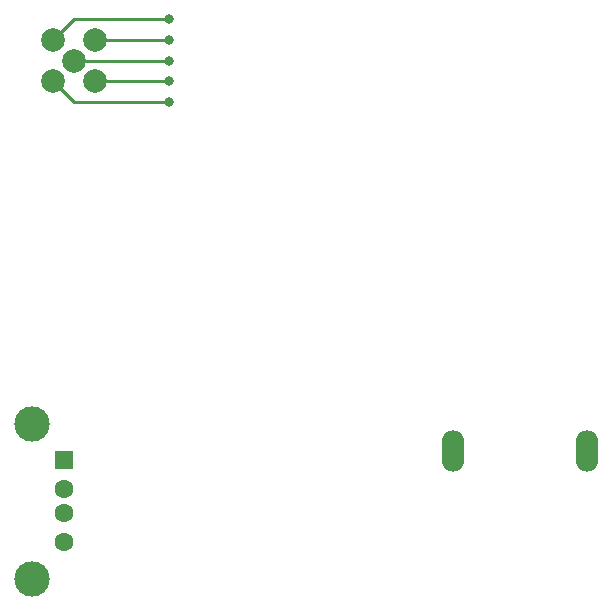
<source format=gbr>
G04 #@! TF.GenerationSoftware,KiCad,Pcbnew,5.1.4-5.1.4*
G04 #@! TF.CreationDate,2019-09-27T17:33:58+02:00*
G04 #@! TF.ProjectId,Backcover,4261636b-636f-4766-9572-2e6b69636164,rev?*
G04 #@! TF.SameCoordinates,Original*
G04 #@! TF.FileFunction,Copper,L2,Bot*
G04 #@! TF.FilePolarity,Positive*
%FSLAX46Y46*%
G04 Gerber Fmt 4.6, Leading zero omitted, Abs format (unit mm)*
G04 Created by KiCad (PCBNEW 5.1.4-5.1.4) date 2019-09-27 17:33:58*
%MOMM*%
%LPD*%
G04 APERTURE LIST*
%ADD10C,3.000000*%
%ADD11R,1.600000X1.600000*%
%ADD12C,1.600000*%
%ADD13O,1.900000X3.500000*%
%ADD14C,2.000000*%
%ADD15C,0.800000*%
%ADD16C,0.250000*%
G04 APERTURE END LIST*
D10*
X8720000Y2630000D03*
X8720000Y15770000D03*
D11*
X11430000Y12700000D03*
D12*
X11430000Y10200000D03*
X11430000Y8200000D03*
X11430000Y5700000D03*
D13*
X44300000Y13420000D03*
X55700000Y13420000D03*
D14*
X10500000Y44750000D03*
X14000000Y44750000D03*
X12250000Y46500000D03*
X10500000Y48250000D03*
X14000000Y48250000D03*
D15*
X20250000Y50000000D03*
X20310000Y48250000D03*
X20250000Y46500000D03*
X20250000Y44750000D03*
X20250000Y43000000D03*
D16*
X14000000Y48250000D02*
X20310000Y48250000D01*
X12250000Y46500000D02*
X20250000Y46500000D01*
X14000000Y44750000D02*
X20250000Y44750000D01*
X10500000Y48250000D02*
X12250000Y50000000D01*
X12250000Y50000000D02*
X20250000Y50000000D01*
X10500000Y44750000D02*
X11499999Y43750001D01*
X11499999Y43750001D02*
X12250000Y43000000D01*
X12250000Y43000000D02*
X20250000Y43000000D01*
X20250000Y50000000D02*
X20250000Y50000000D01*
X20310000Y48250000D02*
X20310000Y48250000D01*
X20250000Y46500000D02*
X20250000Y46500000D01*
X20250000Y44750000D02*
X20250000Y44750000D01*
X20250000Y43000000D02*
X20250000Y43000000D01*
M02*

</source>
